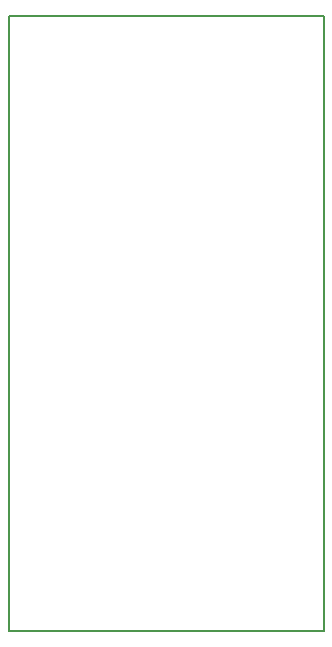
<source format=gm1>
G04 #@! TF.FileFunction,Profile,NP*
%FSLAX46Y46*%
G04 Gerber Fmt 4.6, Leading zero omitted, Abs format (unit mm)*
G04 Created by KiCad (PCBNEW 4.0.4+e1-6308~48~ubuntu16.04.1-stable) date Mon Oct 24 12:10:43 2016*
%MOMM*%
%LPD*%
G01*
G04 APERTURE LIST*
%ADD10C,0.100000*%
%ADD11C,0.150000*%
G04 APERTURE END LIST*
D10*
D11*
X85090000Y-66040000D02*
X58420000Y-66040000D01*
X85090000Y-118110000D02*
X85090000Y-66040000D01*
X58420000Y-118110000D02*
X85090000Y-118110000D01*
X58420000Y-66040000D02*
X58420000Y-118110000D01*
M02*

</source>
